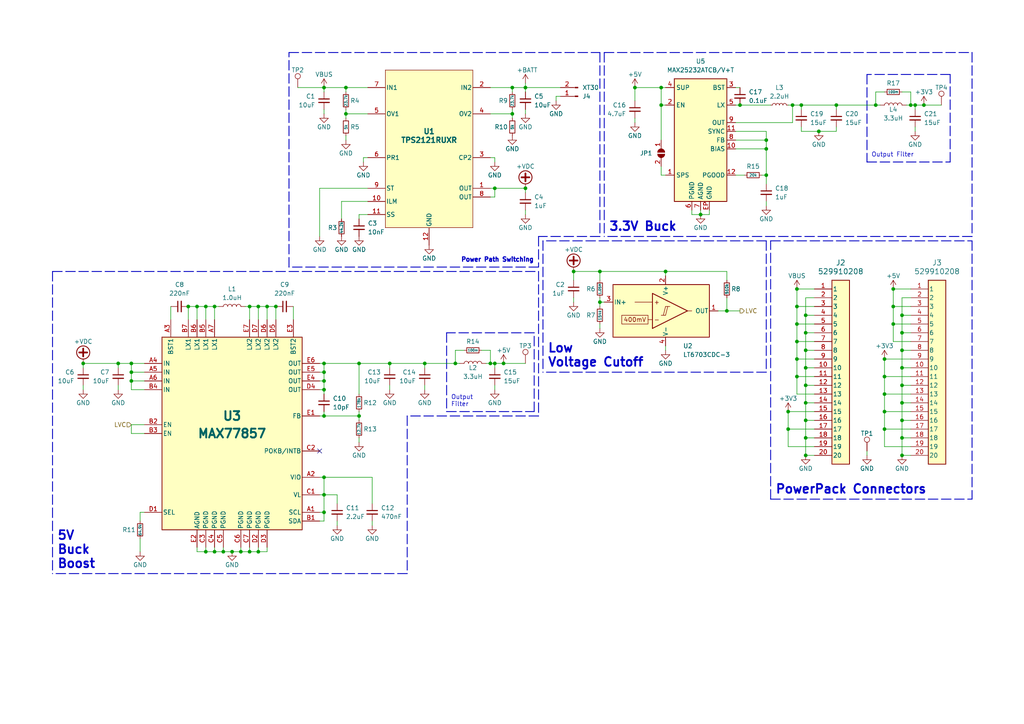
<source format=kicad_sch>
(kicad_sch (version 20230121) (generator eeschema)
  (paper "A4")
  (title_block (title "PowerPack") (date "2023-10-18") (rev "V0.0") (company "BPP") (comment 1 "Michael Shipman"))
  (junction (at 123.19 105.41))
  (junction (at 72.39 88.9))
  (junction (at 38.1 105.41))
  (junction (at 261.62 111.76))
  (junction (at 191.77 25.4))
  (junction (at 233.68 132.08))
  (junction (at 233.68 116.84))
  (junction (at 143.51 105.41))
  (junction (at 38.1 107.95))
  (junction (at 100.33 33.02))
  (junction (at 104.14 120.65))
  (junction (at 203.2 62.23))
  (junction (at 93.98 120.65))
  (junction (at 113.03 105.41))
  (junction (at 193.04 78.74))
  (junction (at 261.62 116.84))
  (junction (at 228.6 119.38))
  (junction (at 80.01 88.9))
  (junction (at 231.14 83.82))
  (junction (at 74.93 160.02))
  (junction (at 256.54 104.14))
  (junction (at 72.39 160.02))
  (junction (at 62.23 88.9))
  (junction (at 100.33 25.4))
  (junction (at 54.61 88.9))
  (junction (at 148.59 33.02))
  (junction (at 57.15 88.9))
  (junction (at 233.68 121.92))
  (junction (at 267.97 30.48))
  (junction (at 222.25 50.8))
  (junction (at 104.14 105.41))
  (junction (at 256.54 114.3))
  (junction (at 233.68 96.52))
  (junction (at 259.08 88.9))
  (junction (at 59.69 160.02))
  (junction (at 184.15 25.4))
  (junction (at 222.25 40.64))
  (junction (at 24.13 105.41))
  (junction (at 231.14 93.98))
  (junction (at 261.62 101.6))
  (junction (at 93.98 107.95))
  (junction (at 261.62 132.08))
  (junction (at 228.6 124.46))
  (junction (at 67.31 160.02))
  (junction (at 232.41 30.48))
  (junction (at 93.98 143.51))
  (junction (at 143.51 54.61))
  (junction (at 93.98 105.41))
  (junction (at 264.16 30.48))
  (junction (at 146.05 105.41))
  (junction (at 265.43 30.48))
  (junction (at 261.62 96.52))
  (junction (at 93.98 113.03))
  (junction (at 34.29 105.41))
  (junction (at 93.98 25.4))
  (junction (at 261.62 127))
  (junction (at 229.87 30.48))
  (junction (at 233.68 111.76))
  (junction (at 231.14 99.06))
  (junction (at 231.14 109.22))
  (junction (at 242.57 30.48))
  (junction (at 261.62 121.92))
  (junction (at 233.68 101.6))
  (junction (at 64.77 160.02))
  (junction (at 38.1 110.49))
  (junction (at 191.77 30.48))
  (junction (at 59.69 88.9))
  (junction (at 132.08 105.41))
  (junction (at 261.62 106.68))
  (junction (at 231.14 88.9))
  (junction (at 259.08 83.82))
  (junction (at 74.93 88.9))
  (junction (at 166.37 78.74))
  (junction (at 62.23 160.02))
  (junction (at 261.62 91.44))
  (junction (at 142.24 105.41))
  (junction (at 152.4 25.4))
  (junction (at 69.85 160.02))
  (junction (at 152.4 54.61))
  (junction (at 222.25 43.18))
  (junction (at 259.08 93.98))
  (junction (at 93.98 138.43))
  (junction (at 254 30.48))
  (junction (at 231.14 104.14))
  (junction (at 173.99 78.74))
  (junction (at 233.68 127))
  (junction (at 148.59 25.4))
  (junction (at 93.98 148.59))
  (junction (at 256.54 124.46))
  (junction (at 93.98 110.49))
  (junction (at 210.82 90.17))
  (junction (at 233.68 91.44))
  (junction (at 256.54 109.22))
  (junction (at 77.47 88.9))
  (junction (at 173.99 87.63))
  (junction (at 233.68 106.68))
  (junction (at 256.54 119.38))
  (junction (at 214.63 30.48))
  (junction (at 237.49 38.1))
  (no_connect (at 92.71 130.81))
  (wire (pts (xy 191.77 25.4) (xy 193.04 25.4)))
  (wire (pts (xy 229.87 30.48) (xy 228.6 30.48)))
  (polyline (pts (xy 173.99 68.58) (xy 156.21 68.58)) (stroke (width 0.254) (type dash)))
  (wire (pts (xy 231.14 99.06) (xy 231.14 93.98)))
  (wire (pts (xy 92.71 120.65) (xy 93.98 120.65)))
  (wire (pts (xy 264.16 129.54) (xy 256.54 129.54)))
  (wire (pts (xy 113.03 105.41) (xy 123.19 105.41)))
  (wire (pts (xy 262.89 30.48) (xy 264.16 30.48)))
  (wire (pts (xy 231.14 99.06) (xy 236.22 99.06)))
  (wire (pts (xy 193.04 100.33) (xy 193.04 101.6)))
  (wire (pts (xy 233.68 106.68) (xy 233.68 111.76)))
  (polyline (pts (xy 129.54 119.38) (xy 154.94 119.38)) (stroke (width 0.254) (type dash)))
  (wire (pts (xy 93.98 107.95) (xy 93.98 110.49)))
  (wire (pts (xy 228.6 119.38) (xy 228.6 124.46)))
  (wire (pts (xy 142.24 45.72) (xy 143.51 45.72)))
  (polyline (pts (xy 175.26 15.24) (xy 175.26 68.58)) (stroke (width 0.254) (type dash)))
  (wire (pts (xy 231.14 83.82) (xy 236.22 83.82)))
  (wire (pts (xy 104.14 105.41) (xy 113.03 105.41)))
  (wire (pts (xy 107.95 138.43) (xy 93.98 138.43)))
  (wire (pts (xy 222.25 58.42) (xy 222.25 59.69)))
  (wire (pts (xy 38.1 107.95) (xy 41.91 107.95)))
  (wire (pts (xy 233.68 86.36) (xy 233.68 91.44)))
  (wire (pts (xy 232.41 36.83) (xy 232.41 38.1)))
  (wire (pts (xy 142.24 25.4) (xy 148.59 25.4)))
  (wire (pts (xy 256.54 104.14) (xy 256.54 109.22)))
  (wire (pts (xy 100.33 25.4) (xy 100.33 26.67)))
  (wire (pts (xy 259.08 93.98) (xy 264.16 93.98)))
  (wire (pts (xy 152.4 25.4) (xy 162.56 25.4)))
  (wire (pts (xy 242.57 31.75) (xy 242.57 30.48)))
  (wire (pts (xy 107.95 151.13) (xy 107.95 152.4)))
  (wire (pts (xy 100.33 33.02) (xy 100.33 34.29)))
  (wire (pts (xy 92.71 68.58) (xy 92.71 54.61)))
  (wire (pts (xy 173.99 88.9) (xy 173.99 87.63)))
  (wire (pts (xy 57.15 88.9) (xy 59.69 88.9)))
  (polyline (pts (xy 281.94 68.58) (xy 175.26 68.58)) (stroke (width 0.254) (type dash)))
  (wire (pts (xy 191.77 30.48) (xy 191.77 25.4)))
  (wire (pts (xy 231.14 114.3) (xy 231.14 109.22)))
  (wire (pts (xy 210.82 86.36) (xy 210.82 90.17)))
  (wire (pts (xy 233.68 121.92) (xy 233.68 127)))
  (wire (pts (xy 256.54 124.46) (xy 256.54 129.54)))
  (wire (pts (xy 231.14 88.9) (xy 231.14 83.82)))
  (wire (pts (xy 222.25 40.64) (xy 222.25 43.18)))
  (wire (pts (xy 77.47 88.9) (xy 80.01 88.9)))
  (wire (pts (xy 86.36 25.4) (xy 93.98 25.4)))
  (wire (pts (xy 143.51 57.15) (xy 143.51 54.61)))
  (polyline (pts (xy 154.94 119.38) (xy 154.94 96.52)) (stroke (width 0.254) (type dash)))
  (wire (pts (xy 132.08 101.6) (xy 134.62 101.6)))
  (wire (pts (xy 231.14 104.14) (xy 231.14 99.06)))
  (wire (pts (xy 259.08 83.82) (xy 264.16 83.82)))
  (wire (pts (xy 237.49 38.1) (xy 232.41 38.1)))
  (wire (pts (xy 38.1 123.19) (xy 38.1 125.73)))
  (wire (pts (xy 237.49 38.1) (xy 242.57 38.1)))
  (wire (pts (xy 233.68 96.52) (xy 236.22 96.52)))
  (wire (pts (xy 233.68 116.84) (xy 236.22 116.84)))
  (wire (pts (xy 261.62 121.92) (xy 261.62 127)))
  (wire (pts (xy 59.69 160.02) (xy 57.15 160.02)))
  (polyline (pts (xy 156.21 78.74) (xy 156.21 120.65)) (stroke (width 0.254) (type dash)))
  (wire (pts (xy 41.91 125.73) (xy 38.1 125.73)))
  (wire (pts (xy 38.1 107.95) (xy 38.1 110.49)))
  (wire (pts (xy 233.68 91.44) (xy 233.68 96.52)))
  (wire (pts (xy 62.23 88.9) (xy 59.69 88.9)))
  (wire (pts (xy 146.05 105.41) (xy 152.4 105.41)))
  (wire (pts (xy 152.4 25.4) (xy 152.4 26.67)))
  (wire (pts (xy 62.23 88.9) (xy 62.23 92.71)))
  (wire (pts (xy 232.41 30.48) (xy 232.41 31.75)))
  (wire (pts (xy 148.59 25.4) (xy 152.4 25.4)))
  (polyline (pts (xy 156.21 68.58) (xy 156.21 77.47)) (stroke (width 0.254) (type dash)))
  (wire (pts (xy 233.68 111.76) (xy 236.22 111.76)))
  (polyline (pts (xy 251.46 21.59) (xy 251.46 46.99)) (stroke (width 0.254) (type dash)))
  (wire (pts (xy 59.69 88.9) (xy 59.69 92.71)))
  (wire (pts (xy 261.62 111.76) (xy 261.62 116.84)))
  (wire (pts (xy 104.14 62.23) (xy 106.68 62.23)))
  (wire (pts (xy 213.36 25.4) (xy 214.63 25.4)))
  (wire (pts (xy 38.1 113.03) (xy 41.91 113.03)))
  (wire (pts (xy 184.15 25.4) (xy 184.15 29.21)))
  (wire (pts (xy 233.68 127) (xy 233.68 132.08)))
  (wire (pts (xy 38.1 110.49) (xy 41.91 110.49)))
  (polyline (pts (xy 154.94 96.52) (xy 129.54 96.52)) (stroke (width 0.254) (type dash)))
  (wire (pts (xy 231.14 109.22) (xy 231.14 104.14)))
  (wire (pts (xy 24.13 106.68) (xy 24.13 105.41)))
  (wire (pts (xy 92.71 105.41) (xy 93.98 105.41)))
  (wire (pts (xy 62.23 160.02) (xy 62.23 158.75)))
  (wire (pts (xy 64.77 160.02) (xy 62.23 160.02)))
  (polyline (pts (xy 118.11 166.37) (xy 15.24 166.37)) (stroke (width 0.254) (type dash)))
  (wire (pts (xy 228.6 119.38) (xy 236.22 119.38)))
  (wire (pts (xy 49.53 88.9) (xy 49.53 92.71)))
  (wire (pts (xy 261.62 121.92) (xy 264.16 121.92)))
  (wire (pts (xy 100.33 25.4) (xy 106.68 25.4)))
  (wire (pts (xy 74.93 160.02) (xy 77.47 160.02)))
  (wire (pts (xy 259.08 88.9) (xy 264.16 88.9)))
  (wire (pts (xy 267.97 30.48) (xy 273.05 30.48)))
  (wire (pts (xy 93.98 110.49) (xy 92.71 110.49)))
  (wire (pts (xy 259.08 93.98) (xy 259.08 88.9)))
  (wire (pts (xy 208.28 90.17) (xy 210.82 90.17)))
  (wire (pts (xy 261.62 116.84) (xy 264.16 116.84)))
  (wire (pts (xy 231.14 93.98) (xy 231.14 88.9)))
  (wire (pts (xy 93.98 105.41) (xy 93.98 107.95)))
  (wire (pts (xy 254 26.67) (xy 254 30.48)))
  (wire (pts (xy 38.1 105.41) (xy 38.1 107.95)))
  (wire (pts (xy 142.24 57.15) (xy 143.51 57.15)))
  (wire (pts (xy 64.77 160.02) (xy 64.77 158.75)))
  (wire (pts (xy 97.79 146.05) (xy 97.79 143.51)))
  (wire (pts (xy 93.98 148.59) (xy 92.71 148.59)))
  (wire (pts (xy 69.85 158.75) (xy 69.85 160.02)))
  (wire (pts (xy 152.4 25.4) (xy 152.4 24.13)))
  (wire (pts (xy 242.57 30.48) (xy 254 30.48)))
  (wire (pts (xy 93.98 151.13) (xy 92.71 151.13)))
  (wire (pts (xy 142.24 101.6) (xy 142.24 105.41)))
  (wire (pts (xy 229.87 30.48) (xy 229.87 35.56)))
  (wire (pts (xy 100.33 33.02) (xy 106.68 33.02)))
  (wire (pts (xy 222.25 50.8) (xy 220.98 50.8)))
  (wire (pts (xy 72.39 160.02) (xy 72.39 158.75)))
  (wire (pts (xy 38.1 123.19) (xy 41.91 123.19)))
  (wire (pts (xy 261.62 106.68) (xy 261.62 111.76)))
  (wire (pts (xy 261.62 26.67) (xy 264.16 26.67)))
  (wire (pts (xy 99.06 63.5) (xy 99.06 58.42)))
  (wire (pts (xy 261.62 91.44) (xy 261.62 96.52)))
  (wire (pts (xy 233.68 106.68) (xy 236.22 106.68)))
  (wire (pts (xy 233.68 96.52) (xy 233.68 101.6)))
  (wire (pts (xy 233.68 116.84) (xy 233.68 121.92)))
  (polyline (pts (xy 223.52 144.78) (xy 281.94 144.78)) (stroke (width 0.254) (type dash)))
  (wire (pts (xy 265.43 36.83) (xy 265.43 38.1)))
  (wire (pts (xy 203.2 62.23) (xy 200.66 62.23)))
  (wire (pts (xy 93.98 113.03) (xy 93.98 110.49)))
  (wire (pts (xy 233.68 121.92) (xy 236.22 121.92)))
  (wire (pts (xy 62.23 160.02) (xy 59.69 160.02)))
  (wire (pts (xy 152.4 60.96) (xy 152.4 62.23)))
  (polyline (pts (xy 275.59 21.59) (xy 251.46 21.59)) (stroke (width 0.254) (type dash)))
  (wire (pts (xy 261.62 132.08) (xy 264.16 132.08)))
  (polyline (pts (xy 156.21 77.47) (xy 83.82 77.47)) (stroke (width 0.254) (type dash)))
  (wire (pts (xy 139.7 101.6) (xy 142.24 101.6)))
  (wire (pts (xy 261.62 96.52) (xy 261.62 101.6)))
  (wire (pts (xy 34.29 111.76) (xy 34.29 113.03)))
  (wire (pts (xy 104.14 105.41) (xy 93.98 105.41)))
  (wire (pts (xy 93.98 25.4) (xy 100.33 25.4)))
  (wire (pts (xy 40.64 148.59) (xy 41.91 148.59)))
  (wire (pts (xy 74.93 160.02) (xy 74.93 158.75)))
  (wire (pts (xy 93.98 143.51) (xy 93.98 148.59)))
  (wire (pts (xy 173.99 78.74) (xy 193.04 78.74)))
  (wire (pts (xy 264.16 86.36) (xy 261.62 86.36)))
  (polyline (pts (xy 156.21 120.65) (xy 118.11 120.65)) (stroke (width 0.254) (type dash)))
  (wire (pts (xy 261.62 127) (xy 264.16 127)))
  (wire (pts (xy 93.98 113.03) (xy 92.71 113.03)))
  (wire (pts (xy 203.2 62.23) (xy 205.74 62.23)))
  (wire (pts (xy 93.98 143.51) (xy 97.79 143.51)))
  (wire (pts (xy 233.68 91.44) (xy 236.22 91.44)))
  (wire (pts (xy 123.19 105.41) (xy 132.08 105.41)))
  (wire (pts (xy 256.54 114.3) (xy 256.54 119.38)))
  (wire (pts (xy 161.29 29.21) (xy 161.29 27.94)))
  (wire (pts (xy 213.36 35.56) (xy 229.87 35.56)))
  (wire (pts (xy 24.13 111.76) (xy 24.13 113.03)))
  (wire (pts (xy 67.31 160.02) (xy 69.85 160.02)))
  (wire (pts (xy 113.03 111.76) (xy 113.03 113.03)))
  (wire (pts (xy 72.39 88.9) (xy 72.39 92.71)))
  (wire (pts (xy 132.08 105.41) (xy 133.35 105.41)))
  (wire (pts (xy 24.13 105.41) (xy 34.29 105.41)))
  (wire (pts (xy 72.39 88.9) (xy 74.93 88.9)))
  (wire (pts (xy 222.25 38.1) (xy 222.25 40.64)))
  (wire (pts (xy 57.15 160.02) (xy 57.15 158.75)))
  (polyline (pts (xy 157.48 69.85) (xy 157.48 107.95)) (stroke (width 0.254) (type dash)))
  (wire (pts (xy 106.68 45.72) (xy 105.41 45.72)))
  (wire (pts (xy 231.14 109.22) (xy 236.22 109.22)))
  (wire (pts (xy 256.54 124.46) (xy 264.16 124.46)))
  (wire (pts (xy 80.01 88.9) (xy 80.01 92.71)))
  (wire (pts (xy 107.95 146.05) (xy 107.95 138.43)))
  (polyline (pts (xy 83.82 77.47) (xy 83.82 15.24)) (stroke (width 0.254) (type dash)))
  (wire (pts (xy 142.24 33.02) (xy 148.59 33.02)))
  (wire (pts (xy 261.62 101.6) (xy 264.16 101.6)))
  (wire (pts (xy 236.22 86.36) (xy 233.68 86.36)))
  (wire (pts (xy 259.08 88.9) (xy 259.08 83.82)))
  (wire (pts (xy 203.2 60.96) (xy 203.2 62.23)))
  (wire (pts (xy 261.62 106.68) (xy 264.16 106.68)))
  (polyline (pts (xy 281.94 15.24) (xy 281.94 68.58)) (stroke (width 0.254) (type dash)))
  (wire (pts (xy 140.97 105.41) (xy 142.24 105.41)))
  (wire (pts (xy 264.16 26.67) (xy 264.16 30.48)))
  (wire (pts (xy 54.61 92.71) (xy 54.61 88.9)))
  (wire (pts (xy 99.06 58.42) (xy 106.68 58.42)))
  (wire (pts (xy 93.98 31.75) (xy 93.98 33.02)))
  (polyline (pts (xy 222.25 107.95) (xy 157.48 107.95)) (stroke (width 0.254) (type dash)))
  (wire (pts (xy 184.15 25.4) (xy 191.77 25.4)))
  (wire (pts (xy 214.63 30.48) (xy 223.52 30.48)))
  (wire (pts (xy 256.54 119.38) (xy 264.16 119.38)))
  (wire (pts (xy 259.08 99.06) (xy 264.16 99.06)))
  (wire (pts (xy 191.77 48.26) (xy 191.77 50.8)))
  (wire (pts (xy 93.98 25.4) (xy 93.98 26.67)))
  (wire (pts (xy 123.19 106.68) (xy 123.19 105.41)))
  (wire (pts (xy 210.82 90.17) (xy 214.63 90.17)))
  (wire (pts (xy 54.61 88.9) (xy 57.15 88.9)))
  (wire (pts (xy 166.37 78.74) (xy 173.99 78.74)))
  (wire (pts (xy 213.36 40.64) (xy 222.25 40.64)))
  (wire (pts (xy 104.14 114.3) (xy 104.14 105.41)))
  (wire (pts (xy 100.33 31.75) (xy 100.33 33.02)))
  (polyline (pts (xy 15.24 78.74) (xy 15.24 166.37)) (stroke (width 0.254) (type dash)))
  (wire (pts (xy 40.64 156.21) (xy 40.64 160.02)))
  (polyline (pts (xy 118.11 120.65) (xy 118.11 166.37)) (stroke (width 0.254) (type dash)))
  (wire (pts (xy 210.82 78.74) (xy 210.82 81.28)))
  (wire (pts (xy 173.99 93.98) (xy 173.99 95.25)))
  (wire (pts (xy 229.87 30.48) (xy 232.41 30.48)))
  (wire (pts (xy 92.71 54.61) (xy 106.68 54.61)))
  (polyline (pts (xy 222.25 69.85) (xy 222.25 107.95)) (stroke (width 0.254) (type dash)))
  (wire (pts (xy 261.62 91.44) (xy 264.16 91.44)))
  (wire (pts (xy 143.51 105.41) (xy 146.05 105.41)))
  (wire (pts (xy 242.57 38.1) (xy 242.57 36.83)))
  (polyline (pts (xy 129.54 96.52) (xy 129.54 119.38)) (stroke (width 0.254) (type dash)))
  (wire (pts (xy 261.62 111.76) (xy 264.16 111.76)))
  (wire (pts (xy 261.62 96.52) (xy 264.16 96.52)))
  (wire (pts (xy 104.14 120.65) (xy 104.14 119.38)))
  (wire (pts (xy 233.68 132.08) (xy 236.22 132.08)))
  (wire (pts (xy 222.25 53.34) (xy 222.25 50.8)))
  (wire (pts (xy 232.41 30.48) (xy 242.57 30.48)))
  (wire (pts (xy 265.43 30.48) (xy 267.97 30.48)))
  (wire (pts (xy 104.14 63.5) (xy 104.14 62.23)))
  (wire (pts (xy 254 26.67) (xy 256.54 26.67)))
  (wire (pts (xy 143.51 45.72) (xy 143.51 46.99)))
  (wire (pts (xy 100.33 40.64) (xy 100.33 39.37)))
  (wire (pts (xy 38.1 110.49) (xy 38.1 113.03)))
  (wire (pts (xy 93.98 138.43) (xy 93.98 143.51)))
  (wire (pts (xy 59.69 160.02) (xy 59.69 158.75)))
  (wire (pts (xy 143.51 111.76) (xy 143.51 113.03)))
  (polyline (pts (xy 15.24 78.74) (xy 156.21 78.74)) (stroke (width 0.254) (type dash)))
  (wire (pts (xy 256.54 114.3) (xy 264.16 114.3)))
  (wire (pts (xy 142.24 54.61) (xy 143.51 54.61)))
  (polyline (pts (xy 275.59 46.99) (xy 275.59 21.59)) (stroke (width 0.254) (type dash)))
  (wire (pts (xy 123.19 111.76) (xy 123.19 113.03)))
  (wire (pts (xy 77.47 88.9) (xy 77.47 92.71)))
  (wire (pts (xy 173.99 87.63) (xy 175.26 87.63)))
  (polyline (pts (xy 175.26 15.24) (xy 281.94 15.24)) (stroke (width 0.254) (type dash)))
  (wire (pts (xy 57.15 92.71) (xy 57.15 88.9)))
  (wire (pts (xy 74.93 88.9) (xy 74.93 92.71)))
  (wire (pts (xy 93.98 114.3) (xy 93.98 113.03)))
  (wire (pts (xy 184.15 34.29) (xy 184.15 35.56)))
  (wire (pts (xy 69.85 160.02) (xy 72.39 160.02)))
  (wire (pts (xy 191.77 30.48) (xy 191.77 40.64)))
  (wire (pts (xy 166.37 81.28) (xy 166.37 78.74)))
  (wire (pts (xy 233.68 101.6) (xy 233.68 106.68)))
  (wire (pts (xy 97.79 151.13) (xy 97.79 152.4)))
  (wire (pts (xy 143.51 54.61) (xy 152.4 54.61)))
  (wire (pts (xy 148.59 25.4) (xy 148.59 26.67)))
  (wire (pts (xy 74.93 88.9) (xy 77.47 88.9)))
  (wire (pts (xy 104.14 127) (xy 104.14 128.27)))
  (polyline (pts (xy 251.46 46.99) (xy 275.59 46.99)) (stroke (width 0.254) (type dash)))
  (wire (pts (xy 104.14 120.65) (xy 104.14 121.92)))
  (wire (pts (xy 213.36 30.48) (xy 214.63 30.48)))
  (polyline (pts (xy 222.25 69.85) (xy 157.48 69.85)) (stroke (width 0.254) (type dash)))
  (wire (pts (xy 142.24 105.41) (xy 143.51 105.41)))
  (wire (pts (xy 113.03 106.68) (xy 113.03 105.41)))
  (wire (pts (xy 191.77 50.8) (xy 193.04 50.8)))
  (wire (pts (xy 233.68 101.6) (xy 236.22 101.6)))
  (wire (pts (xy 92.71 138.43) (xy 93.98 138.43)))
  (wire (pts (xy 259.08 99.06) (xy 259.08 93.98)))
  (wire (pts (xy 228.6 124.46) (xy 236.22 124.46)))
  (wire (pts (xy 231.14 88.9) (xy 236.22 88.9)))
  (wire (pts (xy 256.54 109.22) (xy 256.54 114.3)))
  (wire (pts (xy 222.25 50.8) (xy 222.25 43.18)))
  (wire (pts (xy 265.43 30.48) (xy 265.43 31.75)))
  (wire (pts (xy 152.4 54.61) (xy 152.4 55.88)))
  (wire (pts (xy 143.51 105.41) (xy 143.51 106.68)))
  (wire (pts (xy 34.29 106.68) (xy 34.29 105.41)))
  (polyline (pts (xy 83.82 15.24) (xy 173.99 15.24)) (stroke (width 0.254) (type dash)))
  (wire (pts (xy 256.54 119.38) (xy 256.54 124.46)))
  (wire (pts (xy 193.04 78.74) (xy 210.82 78.74)))
  (wire (pts (xy 213.36 43.18) (xy 222.25 43.18)))
  (wire (pts (xy 233.68 111.76) (xy 233.68 116.84)))
  (wire (pts (xy 264.16 109.22) (xy 256.54 109.22)))
  (polyline (pts (xy 281.94 69.85) (xy 281.94 144.78)) (stroke (width 0.254) (type dash)))
  (wire (pts (xy 231.14 114.3) (xy 236.22 114.3)))
  (wire (pts (xy 92.71 143.51) (xy 93.98 143.51)))
  (wire (pts (xy 161.29 27.94) (xy 162.56 27.94)))
  (wire (pts (xy 85.09 88.9) (xy 85.09 92.71)))
  (wire (pts (xy 38.1 105.41) (xy 41.91 105.41)))
  (wire (pts (xy 193.04 30.48) (xy 191.77 30.48)))
  (wire (pts (xy 264.16 30.48) (xy 265.43 30.48)))
  (wire (pts (xy 228.6 129.54) (xy 228.6 124.46)))
  (polyline (pts (xy 173.99 15.24) (xy 173.99 68.58)) (stroke (width 0.254) (type dash)))
  (wire (pts (xy 261.62 86.36) (xy 261.62 91.44)))
  (wire (pts (xy 152.4 31.75) (xy 152.4 33.02)))
  (wire (pts (xy 63.5 88.9) (xy 62.23 88.9)))
  (wire (pts (xy 205.74 62.23) (xy 205.74 60.96)))
  (wire (pts (xy 93.98 148.59) (xy 93.98 151.13)))
  (wire (pts (xy 236.22 129.54) (xy 228.6 129.54)))
  (polyline (pts (xy 223.52 69.85) (xy 281.94 69.85)) (stroke (width 0.254) (type dash)))
  (wire (pts (xy 93.98 120.65) (xy 93.98 119.38)))
  (wire (pts (xy 34.29 105.41) (xy 38.1 105.41)))
  (wire (pts (xy 148.59 31.75) (xy 148.59 33.02)))
  (wire (pts (xy 71.12 88.9) (xy 72.39 88.9)))
  (wire (pts (xy 173.99 86.36) (xy 173.99 87.63)))
  (wire (pts (xy 166.37 86.36) (xy 166.37 87.63)))
  (wire (pts (xy 213.36 50.8) (xy 215.9 50.8)))
  (wire (pts (xy 105.41 45.72) (xy 105.41 46.99)))
  (wire (pts (xy 261.62 101.6) (xy 261.62 106.68)))
  (wire (pts (xy 173.99 81.28) (xy 173.99 78.74)))
  (wire (pts (xy 200.66 62.23) (xy 200.66 60.96)))
  (polyline (pts (xy 223.52 144.78) (xy 223.52 69.85)) (stroke (width 0.254) (type dash)))
  (wire (pts (xy 231.14 104.14) (xy 236.22 104.14)))
  (wire (pts (xy 40.64 151.13) (xy 40.64 148.59)))
  (wire (pts (xy 92.71 107.95) (xy 93.98 107.95)))
  (wire (pts (xy 254 30.48) (xy 255.27 30.48)))
  (wire (pts (xy 213.36 38.1) (xy 222.25 38.1)))
  (wire (pts (xy 93.98 120.65) (xy 104.14 120.65)))
  (wire (pts (xy 233.68 127) (xy 236.22 127)))
  (wire (pts (xy 231.14 93.98) (xy 236.22 93.98)))
  (wire (pts (xy 132.08 101.6) (xy 132.08 105.41)))
  (wire (pts (xy 261.62 116.84) (xy 261.62 121.92)))
  (wire (pts (xy 72.39 160.02) (xy 74.93 160.02)))
  (wire (pts (xy 264.16 104.14) (xy 256.54 104.14)))
  (wire (pts (xy 251.46 130.81) (xy 251.46 132.08)))
  (wire (pts (xy 193.04 80.01) (xy 193.04 78.74)))
  (wire (pts (xy 77.47 160.02) (xy 77.47 158.75)))
  (wire (pts (xy 148.59 33.02) (xy 148.59 34.29)))
  (wire (pts (xy 261.62 127) (xy 261.62 132.08)))
  (wire (pts (xy 67.31 160.02) (xy 64.77 160.02)))
  (text "PowerPack Connectors" (at 224.79 143.51 0) (effects (font (size 2.54 2.54) (thickness 0.508) bold) (justify left bottom)))
  (text "Power Path Switching" (at 154.94 76.2 0) (effects (font (size 1.27 1.27) (thickness 0.508) bold) (justify right bottom)))
  (text "Output Filter" (at 252.73 45.72 0) (effects (font (size 1.27 1.27)) (justify left bottom)))
  (text "3.3V Buck" (at 176.53 67.31 0) (effects (font (size 2.54 2.54) (thickness 0.508) bold) (justify left bottom)))
  (text "Output\nFilter" (at 130.81 118.11 0) (effects (font (size 1.27 1.27)) (justify left bottom)))
  (text "5V\nBuck\nBoost" (at 16.51 165.1 0) (effects (font (size 2.54 2.54) (thickness 0.508) bold) (justify left bottom)))
  (text "Low\nVoltage Cutoff" (at 158.75 106.68 0) (effects (font (size 2.54 2.54) (thickness 0.508) bold) (justify left bottom)))
  (hierarchical_label "LVC" (shape input) (at 38.1 123.19 180))
  (hierarchical_label "LVC" (shape output) (at 214.63 90.17 0))
  (symbol (lib_id "Device:C_Small") (at 214.63 27.94 0) (unit 1)
    (property "Reference" "C17" (at 217.17 26.6763 0) (effects (justify left)))
    (property "Value" "0.1uF" (at 217.17 29.2163 0) (effects (justify left)))
    (property "Footprint" "Capacitor_SMD:C_0402_1005Metric" (effects hide))
  )
  (symbol (lib_name "GND_8") (lib_id "power:GND") (at 113.03 113.03 0) (unit 1)
    (property "Reference" "#PWR031" (effects hide))
    (property "Value" "GND" (at 113.03 116.84 0))
  )
  (symbol (lib_name "GND_8") (lib_id "power:GND") (at 24.13 113.03 0) (unit 1)
    (property "Reference" "#PWR023" (effects hide))
    (property "Value" "GND" (at 24.13 116.84 0))
  )
  (symbol (lib_name "GND_18") (lib_id "power:GND") (at 265.43 38.1 0) (unit 1)
    (property "Reference" "#PWR041" (effects hide))
    (property "Value" "GND" (at 265.43 41.91 0))
  )
  (symbol (lib_id "Device:R_Small") (at 137.16 101.6 90) (unit 1)
    (property "Reference" "R14" (at 137.16 99.06 90))
    (property "Value" "100m" (at 137.16 101.6 90) (effects (font (size 0.7 0.7))))
    (property "Footprint" "Resistor_SMD:R_0805_2012Metric" (effects hide))
  )
  (symbol (lib_id "power:VBUS") (at 231.14 83.82 0) (unit 1)
    (property "Reference" "#PWR040" (effects hide))
    (property "Value" "VBUS" (at 231.14 80.01 0))
  )
  (symbol (lib_name "GND_21") (lib_id "power:GND") (at 40.64 160.02 0) (unit 1)
    (property "Reference" "#PWR026" (effects hide))
    (property "Value" "GND" (at 40.64 163.83 0))
  )
  (symbol (lib_name "GND_5") (lib_id "power:GND") (at 92.71 68.58 0) (unit 1)
    (property "Reference" "#PWR06" (effects hide))
    (property "Value" "GND" (at 92.71 72.39 0))
  )
  (symbol (lib_id "PowerPack_Lib:529910208") (at 271.78 106.68 0) (unit 1)
    (property "Reference" "J3" (at 271.78 76.2 0) (effects (font (size 1.524 1.524))))
    (property "Value" "529910208" (at 271.78 78.74 0) (effects (font (size 1.524 1.524))))
    (property "Footprint" "PowerPack_Lib:CON_529910208" (effects hide))
    (property "Datasheet" "529910208" (effects hide))
  )
  (symbol (lib_name "GND_9") (lib_id "power:GND") (at 100.33 40.64 0) (unit 1)
    (property "Reference" "#PWR011" (effects hide))
    (property "Value" "GND" (at 100.33 44.45 0))
  )
  (symbol (lib_id "Device:C_Small") (at 222.25 55.88 0) (unit 1)
    (property "Reference" "C18" (at 224.79 54.6163 0) (effects (justify left)))
    (property "Value" "1uF" (at 224.79 57.1563 0) (effects (justify left)))
    (property "Footprint" "Capacitor_SMD:C_0603_1608Metric" (effects hide))
  )
  (symbol (lib_name "GND_1") (lib_id "power:GND") (at 152.4 62.23 0) (unit 1)
    (property "Reference" "#PWR019" (effects hide))
    (property "Value" "GND" (at 152.4 66.04 0))
  )
  (symbol (lib_id "Device:C_Small") (at 24.13 109.22 0) (mirror y) (unit 1)
    (property "Reference" "C6" (at 21.59 107.95 0) (effects (justify left)))
    (property "Value" "10uF" (at 21.59 110.49 0) (effects (justify left)))
    (property "Footprint" "Capacitor_SMD:C_0805_2012Metric" (effects hide))
  )
  (symbol (lib_name "GND_11") (lib_id "power:GND") (at 173.99 95.25 0) (unit 1)
    (property "Reference" "#PWR014" (effects hide))
    (property "Value" "GND" (at 173.99 99.06 0))
  )
  (symbol (lib_id "Device:C_Small") (at 166.37 83.82 0) (mirror y) (unit 1)
    (property "Reference" "C2" (at 163.83 82.55 0) (effects (justify left)))
    (property "Value" "1uF" (at 163.83 85.09 0) (effects (justify left)))
    (property "Footprint" "Capacitor_SMD:C_0603_1608Metric" (effects hide))
  )
  (symbol (lib_id "Device:C_Small") (at 143.51 109.22 0) (unit 1)
    (property "Reference" "C15" (at 146.05 107.9563 0) (effects (justify left)))
    (property "Value" "15uF" (at 146.05 110.4963 0) (effects (justify left)))
    (property "Footprint" "Capacitor_SMD:C_0805_2012Metric" (effects hide))
  )
  (symbol (lib_id "Connector:TestPoint") (at 152.4 105.41 0) (unit 1)
    (property "Reference" "TP3" (at 152.4 100.33 0))
    (property "Value" "TestPoint" (effects hide))
    (property "Footprint" "TestPoint:TestPoint_Keystone_5000-5004_Miniature" (effects hide))
  )
  (symbol (lib_name "GND_1") (lib_id "power:GND") (at 261.62 132.08 0) (unit 1)
    (property "Reference" "#PWR046" (effects hide))
    (property "Value" "GND" (at 261.62 135.89 0))
  )
  (symbol (lib_id "power:+5V") (at 259.08 83.82 0) (unit 1)
    (property "Reference" "#PWR01" (effects hide))
    (property "Value" "+5V" (at 259.08 80.01 0))
  )
  (symbol (lib_id "TPS2121:TPS2121RUXR") (at 124.46 45.72 0) (unit 1)
    (property "Reference" "U1" (at 124.46 38.1 0) (effects (font (size 1.524 1.524) bold)))
    (property "Value" "TPS2121RUXR" (at 124.46 40.64 0) (effects (font (size 1.524 1.524) bold)))
    (property "Footprint" "PowerPack_Lib:TPS2121" (effects hide))
    (property "Datasheet" "TPS2121RUXR" (effects hide))
  )
  (symbol (lib_name "GND_15") (lib_id "power:GND") (at 143.51 113.03 0) (unit 1)
    (property "Reference" "#PWR033" (effects hide))
    (property "Value" "GND" (at 143.51 116.84 0))
  )
  (symbol (lib_id "Device:C_Small") (at 97.79 148.59 0) (unit 1)
    (property "Reference" "C11" (at 100.33 147.32 0) (effects (justify left)))
    (property "Value" "2.2uF" (at 100.33 149.86 0) (effects (justify left)))
    (property "Footprint" "Capacitor_SMD:C_0603_1608Metric" (effects hide))
  )
  (symbol (lib_name "GND_16") (lib_id "power:GND") (at 237.49 38.1 0) (unit 1)
    (property "Reference" "#PWR038" (effects hide))
    (property "Value" "GND" (at 237.49 41.91 0))
  )
  (symbol (lib_name "GND_4") (lib_id "power:GND") (at 93.98 33.02 0) (mirror y) (unit 1)
    (property "Reference" "#PWR07" (effects hide))
    (property "Value" "GND" (at 93.98 36.83 0))
  )
  (symbol (lib_name "GND_10") (lib_id "power:GND") (at 99.06 68.58 0) (mirror y) (unit 1)
    (property "Reference" "#PWR08" (effects hide))
    (property "Value" "GND" (at 99.06 72.39 0))
  )
  (symbol (lib_name "GND_3") (lib_id "power:GND") (at 152.4 33.02 0) (unit 1)
    (property "Reference" "#PWR021" (effects hide))
    (property "Value" "GND" (at 152.4 36.83 0))
  )
  (symbol (lib_id "Device:R_Small") (at 100.33 29.21 0) (unit 1)
    (property "Reference" "R4" (at 101.6 29.21 0) (effects (justify left)))
    (property "Value" "23.7k" (at 100.33 29.21 90) (effects (font (size 0.8 0.8))))
    (property "Footprint" "Resistor_SMD:R_0402_1005Metric" (effects hide))
  )
  (symbol (lib_id "PowerPack_Lib:529910208") (at 243.84 106.68 0) (unit 1)
    (property "Reference" "J2" (at 243.84 76.2 0) (effects (font (size 1.524 1.524))))
    (property "Value" "529910208" (at 243.84 78.74 0) (effects (font (size 1.524 1.524))))
    (property "Footprint" "PowerPack_Lib:CON_529910208" (effects hide))
    (property "Datasheet" "529910208" (effects hide))
  )
  (symbol (lib_name "GND_26") (lib_id "power:GND") (at 124.46 71.12 0) (unit 1)
    (property "Reference" "#PWR015" (effects hide))
    (property "Value" "GND" (at 124.46 74.93 0))
  )
  (symbol (lib_id "Device:L_Small") (at 226.06 30.48 90) (unit 1)
    (property "Reference" "L3" (at 226.06 25.4 90))
    (property "Value" "2.2uH" (at 226.06 27.94 90))
    (property "Footprint" "Inductor_SMD:L_1008_2520Metric_Pad1.43x2.20mm_HandSolder" (effects hide))
    (property "Datasheet" "SRP2512TMA-2R2M" (effects hide))
  )
  (symbol (lib_id "power:GND") (at 161.29 29.21 0) (unit 1)
    (property "Reference" "#PWR039" (effects hide))
    (property "Value" "GND" (at 161.29 33.02 0))
  )
  (symbol (lib_id "Device:C_Small") (at 104.14 66.04 0) (unit 1)
    (property "Reference" "C3" (at 106.68 64.77 0) (effects (justify left)))
    (property "Value" "10nF" (at 106.68 67.31 0) (effects (justify left)))
    (property "Footprint" "Capacitor_SMD:C_0402_1005Metric" (effects hide))
  )
  (symbol (lib_id "Connector:Conn_01x02_Pin") (at 167.64 27.94 180) (unit 1)
    (property "Reference" "J4" (at 168.91 27.94 0) (effects (justify right)))
    (property "Value" "XT30" (at 168.91 25.4 0) (effects (justify right)))
    (property "Footprint" "Connector_AMASS:AMASS_XT30PW-M_1x02_P2.50mm_Horizontal" (effects hide))
  )
  (symbol (lib_id "Device:R_Small") (at 148.59 29.21 0) (mirror y) (unit 1)
    (property "Reference" "R9" (at 147.32 29.21 0) (effects (justify left)))
    (property "Value" "23.7k" (at 148.59 29.21 90) (effects (font (size 0.8 0.8))))
    (property "Footprint" "Resistor_SMD:R_0402_1005Metric" (effects hide))
  )
  (symbol (lib_id "power:+3V3") (at 267.97 30.48 0) (unit 1)
    (property "Reference" "#PWR042" (effects hide))
    (property "Value" "+3V3" (at 267.97 26.67 0))
  )
  (symbol (lib_id "Connector:TestPoint") (at 86.36 25.4 0) (unit 1)
    (property "Reference" "TP2" (at 86.36 20.32 0))
    (property "Value" "TestPoint" (effects hide))
    (property "Footprint" "TestPoint:TestPoint_Keystone_5000-5004_Miniature" (effects hide))
  )
  (symbol (lib_id "power:+5V") (at 146.05 105.41 0) (unit 1)
    (property "Reference" "#PWR034" (effects hide))
    (property "Value" "+5V" (at 146.05 101.6 0))
  )
  (symbol (lib_id "Device:R_Small") (at 218.44 50.8 90) (unit 1)
    (property "Reference" "R15" (at 218.44 48.26 90))
    (property "Value" "20k" (at 218.44 50.8 90) (effects (font (size 0.8 0.8))))
    (property "Footprint" "Resistor_SMD:R_0402_1005Metric" (effects hide))
  )
  (symbol (lib_name "GND_6") (lib_id "power:GND") (at 107.95 152.4 0) (unit 1)
    (property "Reference" "#PWR030" (effects hide))
    (property "Value" "GND" (at 107.95 156.21 0))
  )
  (symbol (lib_name "GND_28") (lib_id "power:GND") (at 34.29 113.03 0) (unit 1)
    (property "Reference" "#PWR025" (effects hide))
    (property "Value" "GND" (at 34.29 116.84 0))
  )
  (symbol (lib_id "Device:R_Small") (at 100.33 36.83 0) (unit 1)
    (property "Reference" "R5" (at 101.6 36.83 0) (effects (justify left)))
    (property "Value" "5k" (at 100.33 36.83 90) (effects (font (size 0.8 0.8))))
    (property "Footprint" "Resistor_SMD:R_0402_1005Metric" (effects hide))
  )
  (symbol (lib_id "Device:C_Small") (at 34.29 109.22 0) (mirror y) (unit 1)
    (property "Reference" "C7" (at 31.75 107.95 0) (effects (justify left)))
    (property "Value" "10uF" (at 31.75 110.49 0) (effects (justify left)))
    (property "Footprint" "Capacitor_SMD:C_0805_2012Metric" (effects hide))
  )
  (symbol (lib_id "Device:C_Small") (at 242.57 34.29 0) (unit 1)
    (property "Reference" "C20" (at 245.11 33.0263 0) (effects (justify left)))
    (property "Value" "15uF" (at 245.11 35.5663 0) (effects (justify left)))
    (property "Footprint" "Capacitor_SMD:C_0805_2012Metric" (effects hide))
  )
  (symbol (lib_id "Device:C_Small") (at 82.55 88.9 90) (unit 1)
    (property "Reference" "C9" (at 82.5563 82.55 90))
    (property "Value" "220nF" (at 82.5563 85.09 90))
    (property "Footprint" "Capacitor_SMD:C_0603_1608Metric" (effects hide))
  )
  (symbol (lib_id "Device:C_Small") (at 152.4 29.21 0) (unit 1)
    (property "Reference" "C5" (at 154.94 27.94 0) (effects (justify left)))
    (property "Value" "10uF" (at 154.94 30.48 0) (effects (justify left)))
    (property "Footprint" "Capacitor_SMD:C_0603_1608Metric" (effects hide))
  )
  (symbol (lib_id "Device:C_Small") (at 93.98 29.21 0) (unit 1)
    (property "Reference" "C1" (at 91.44 27.94 0) (effects (justify right)))
    (property "Value" "10uF" (at 91.44 30.48 0) (effects (justify right)))
    (property "Footprint" "Capacitor_SMD:C_0603_1608Metric" (effects hide))
  )
  (symbol (lib_id "Device:C_Small") (at 265.43 34.29 0) (unit 1)
    (property "Reference" "C21" (at 267.97 33.0263 0) (effects (justify left)))
    (property "Value" "15uF" (at 267.97 35.5663 0) (effects (justify left)))
    (property "Footprint" "Capacitor_SMD:C_0805_2012Metric" (effects hide))
  )
  (symbol (lib_id "Device:L") (at 259.08 30.48 90) (unit 1)
    (property "Reference" "L4" (at 259.08 31.75 90))
    (property "Value" "3.3uH" (at 259.08 34.29 90))
    (property "Footprint" "Inductor_SMD:L_1210_3225Metric_Pad1.42x2.65mm_HandSolder" (effects hide))
    (property "Datasheet" "https://www.digikey.com/en/products/detail/bourns-inc/SRP3212-3R3M/16394429" (effects hide))
  )
  (symbol (lib_id "Device:R_Small") (at 148.59 36.83 0) (mirror y) (unit 1)
    (property "Reference" "R10" (at 147.32 36.83 0) (effects (justify left)))
    (property "Value" "5k" (at 148.59 36.83 90) (effects (font (size 0.8 0.8))))
    (property "Footprint" "Resistor_SMD:R_0402_1005Metric" (effects hide))
  )
  (symbol (lib_id "power:+3V3") (at 228.6 119.38 0) (unit 1)
    (property "Reference" "#PWR024" (effects hide))
    (property "Value" "+3V3" (at 228.6 115.57 0))
  )
  (symbol (lib_name "GND_17") (lib_id "power:GND") (at 222.25 59.69 0) (unit 1)
    (property "Reference" "#PWR037" (effects hide))
    (property "Value" "GND" (at 222.25 63.5 0))
  )
  (symbol (lib_name "GND_27") (lib_id "power:GND") (at 251.46 132.08 0) (unit 1)
    (property "Reference" "#PWR02" (effects hide))
    (property "Value" "GND" (at 251.46 135.89 0))
  )
  (symbol (lib_id "Device:R_Small") (at 104.14 124.46 0) (unit 1)
    (property "Reference" "R13" (at 105.41 124.46 0) (effects (justify left)))
    (property "Value" "12.7k" (at 104.14 124.46 90) (effects (font (size 0.8 0.8))))
    (property "Footprint" "Resistor_SMD:R_0402_1005Metric" (effects hide))
  )
  (symbol (lib_id "power:+5V") (at 184.15 25.4 0) (unit 1)
    (property "Reference" "#PWR03" (effects hide))
    (property "Value" "+5V" (at 184.15 21.59 0))
  )
  (symbol (lib_id "PCM_Analog_Comparator_AKL:LT6703CDC-3") (at 193.04 90.17 0) (unit 1)
    (property "Reference" "U2" (at 198.12 100.33 0) (effects (justify left)))
    (property "Value" "LT6703CDC-3" (at 198.12 102.87 0) (effects (justify left)))
    (property "Footprint" "PCM_Package_DFN_QFN_AKL:DFN-3-1EP-2x2mm_P0.5mm_EP1x1.35mm" (effects hide))
    (property "Datasheet" "https://www.tme.eu/Document/2ef05ce476351bded9b9bb9750bc2061/670323fd.pdf" (effects hide))
  )
  (symbol (lib_name "GND_23") (lib_id "power:GND") (at 143.51 46.99 0) (unit 1)
    (property "Reference" "#PWR017" (effects hide))
    (property "Value" "GND" (at 143.51 50.8 0))
  )
  (symbol (lib_name "GND_6") (lib_id "power:GND") (at 97.79 152.4 0) (unit 1)
    (property "Reference" "#PWR028" (effects hide))
    (property "Value" "GND" (at 97.79 156.21 0))
  )
  (symbol (lib_id "Device:R_Small") (at 40.64 153.67 180) (unit 1)
    (property "Reference" "R11" (at 39.37 153.67 0) (effects (justify left)))
    (property "Value" "64.9k" (at 40.64 153.67 90) (effects (font (size 0.8 0.8))))
    (property "Footprint" "Resistor_SMD:R_0402_1005Metric" (effects hide))
  )
  (symbol (lib_id "Device:R_Small") (at 210.82 83.82 0) (unit 1)
    (property "Reference" "R8" (at 212.09 83.82 0) (effects (justify left)))
    (property "Value" "510k" (at 210.82 83.82 90) (effects (font (size 0.8 0.8))))
    (property "Footprint" "Resistor_SMD:R_0402_1005Metric" (effects hide))
  )
  (symbol (lib_id "Device:R_Small") (at 99.06 66.04 0) (mirror y) (unit 1)
    (property "Reference" "R3" (at 97.79 66.04 0) (effects (justify left)))
    (property "Value" "44.2k" (at 99.06 66.04 90) (effects (font (size 0.8 0.8))))
    (property "Footprint" "Resistor_SMD:R_0402_1005Metric" (effects hide))
  )
  (symbol (lib_name "GND_12") (lib_id "power:GND") (at 166.37 87.63 0) (unit 1)
    (property "Reference" "#PWR010" (effects hide))
    (property "Value" "GND" (at 166.37 91.44 0))
  )
  (symbol (lib_name "GND_20") (lib_id "power:GND") (at 104.14 128.27 0) (unit 1)
    (property "Reference" "#PWR029" (effects hide))
    (property "Value" "GND" (at 104.14 132.08 0))
  )
  (symbol (lib_id "Device:R_Small") (at 173.99 91.44 0) (mirror y) (unit 1)
    (property "Reference" "R7" (at 172.72 91.44 0) (effects (justify left)))
    (property "Value" "154k" (at 173.99 91.44 90) (effects (font (size 0.8 0.8))))
    (property "Footprint" "Resistor_SMD:R_0402_1005Metric" (effects hide))
  )
  (symbol (lib_id "Device:C_Small") (at 232.41 34.29 0) (unit 1)
    (property "Reference" "C19" (at 234.95 33.0263 0) (effects (justify left)))
    (property "Value" "15uF" (at 234.95 35.5663 0) (effects (justify left)))
    (property "Footprint" "Capacitor_SMD:C_0805_2012Metric" (effects hide))
  )
  (symbol (lib_id "Device:C_Small") (at 107.95 148.59 0) (unit 1)
    (property "Reference" "C12" (at 110.49 147.32 0) (effects (justify left)))
    (property "Value" "470nF" (at 110.49 149.86 0) (effects (justify left)))
    (property "Footprint" "Capacitor_SMD:C_0402_1005Metric" (effects hide))
  )
  (symbol (lib_id "power:+3V3") (at 256.54 104.14 0) (unit 1)
    (property "Reference" "#PWR044" (effects hide))
    (property "Value" "+3V3" (at 256.54 100.33 0))
  )
  (symbol (lib_id "Power_Management:MAX77857BEWB+") (at 67.31 125.73 0) (unit 1)
    (property "Reference" "U3" (at 67.31 120.65 0) (effects (font (size 2.54 2.54) bold)))
    (property "Value" "MAX77857" (at 67.31 125.73 0) (effects (font (size 2.54 2.54) bold)))
    (property "Footprint" "PowerPack_Lib:MAX77857-35WLP" (effects hide))
    (property "Datasheet" "MAX77857BEWB+" (effects hide))
  )
  (symbol (lib_id "Device:R_Small") (at 259.08 26.67 90) (unit 1)
    (property "Reference" "R17" (at 259.08 24.13 90))
    (property "Value" "100m" (at 259.08 26.67 90) (effects (font (size 0.7 0.7))))
    (property "Footprint" "Resistor_SMD:R_0805_2012Metric" (effects hide))
  )
  (symbol (lib_id "Connector:TestPoint") (at 251.46 130.81 0) (unit 1)
    (property "Reference" "TP1" (at 251.46 125.73 0))
    (property "Value" "TestPoint" (effects hide))
    (property "Footprint" "TestPoint:TestPoint_Keystone_5000-5004_Miniature" (effects hide))
  )
  (symbol (lib_id "Device:C_Small") (at 184.15 31.75 0) (mirror y) (unit 1)
    (property "Reference" "C16" (at 181.61 30.4863 0) (effects (justify left)))
    (property "Value" "4.7uF" (at 181.61 33.0263 0) (effects (justify left)))
    (property "Footprint" "Capacitor_SMD:C_0603_1608Metric" (effects hide))
  )
  (symbol (lib_id "Device:R_Small") (at 104.14 116.84 0) (unit 1)
    (property "Reference" "R12" (at 105.41 116.84 0) (effects (justify left)))
    (property "Value" "178k" (at 104.14 116.84 90) (effects (font (size 0.8 0.8))))
    (property "Footprint" "Resistor_SMD:R_0402_1005Metric" (effects hide))
  )
  (symbol (lib_id "power:+VDC") (at 166.37 78.74 0) (unit 1)
    (property "Reference" "#PWR09" (effects hide))
    (property "Value" "+VDC" (at 166.37 72.39 0))
  )
  (symbol (lib_name "GND_14") (lib_id "power:GND") (at 105.41 46.99 0) (unit 1)
    (property "Reference" "#PWR013" (effects hide))
    (property "Value" "GND" (at 105.41 50.8 0))
  )
  (symbol (lib_id "Device:C_Small") (at 152.4 58.42 0) (unit 1)
    (property "Reference" "C4" (at 154.94 57.15 0) (effects (justify left)))
    (property "Value" "1uF" (at 154.94 59.69 0) (effects (justify left)))
    (property "Footprint" "Capacitor_SMD:C_0603_1608Metric" (effects hide))
  )
  (symbol (lib_id "Device:C_Small") (at 113.03 109.22 0) (mirror y) (unit 1)
    (property "Reference" "C13" (at 110.49 107.95 0) (effects (justify left)))
    (property "Value" "10uF" (at 110.49 110.49 0) (effects (justify left)))
    (property "Footprint" "Capacitor_SMD:C_0805_2012Metric" (effects hide))
  )
  (symbol (lib_name "GND_12") (lib_id "power:GND") (at 193.04 101.6 0) (unit 1)
    (property "Reference" "#PWR016" (effects hide))
    (property "Value" "GND" (at 193.04 105.41 0))
  )
  (symbol (lib_name "GND_25") (lib_id "power:GND") (at 104.14 68.58 0) (unit 1)
    (property "Reference" "#PWR012" (effects hide))
    (property "Value" "GND" (at 104.14 72.39 0))
  )
  (symbol (lib_name "GND_1") (lib_id "power:GND") (at 233.68 132.08 0) (unit 1)
    (property "Reference" "#PWR043" (effects hide))
    (property "Value" "GND" (at 233.68 135.89 0))
  )
  (symbol (lib_name "GND_7") (lib_id "power:GND") (at 148.59 39.37 0) (mirror y) (unit 1)
    (property "Reference" "#PWR018" (effects hide))
    (property "Value" "GND" (at 148.59 43.18 0))
  )
  (symbol (lib_name "GND_19") (lib_id "power:GND") (at 123.19 113.03 0) (unit 1)
    (property "Reference" "#PWR032" (effects hide))
    (property "Value" "GND" (at 123.19 116.84 0))
  )
  (symbol (lib_id "PowerPack_Lib:MAX2532") (at 203.2 35.56 0) (unit 1)
    (property "Reference" "U5" (at 203.2 17.78 0))
    (property "Value" "MAX25232ATCB/V+T" (at 203.2 20.32 0))
    (property "Footprint" "PowerPack_Lib:MAX25232" (effects hide))
    (property "Datasheet" "https://www.analog.com/media/en/technical-documentation/data-sheets/max25232.pdf" (effects hide))
  )
  (symbol (lib_id "Device:C_Small") (at 52.07 88.9 90) (unit 1)
    (property "Reference" "C8" (at 52.0763 82.55 90))
    (property "Value" "220nF" (at 52.0763 85.09 90))
    (property "Footprint" "Capacitor_SMD:C_0603_1608Metric" (effects hide))
  )
  (symbol (lib_name "GND_15") (lib_id "power:GND") (at 184.15 35.56 0) (unit 1)
    (property "Reference" "#PWR035" (effects hide))
    (property "Value" "GND" (at 184.15 39.37 0))
  )
  (symbol (lib_id "power:+VDC") (at 152.4 54.61 0) (unit 1)
    (property "Reference" "#PWR047" (effects hide))
    (property "Value" "+VDC" (at 152.4 48.26 0))
  )
  (symbol (lib_name "GND_6") (lib_id "power:GND") (at 67.31 160.02 0) (unit 1)
    (property "Reference" "#PWR027" (effects hide))
    (property "Value" "GND" (at 67.31 163.83 0))
  )
  (symbol (lib_id "Device:C_Small") (at 123.19 109.22 0) (mirror y) (unit 1)
    (property "Reference" "C14" (at 120.65 107.95 0) (effects (justify left)))
    (property "Value" "10uF" (at 120.65 110.49 0) (effects (justify left)))
    (property "Footprint" "Capacitor_SMD:C_0805_2012Metric" (effects hide))
  )
  (symbol (lib_id "Device:L") (at 67.31 88.9 90) (unit 1)
    (property "Reference" "L1" (at 67.31 83.82 90))
    (property "Value" "1.0uH" (at 67.31 86.36 90))
    (property "Footprint" "Inductor_SMD:L_1008_2520Metric_Pad1.43x2.20mm_HandSolder" (effects hide))
    (property "Datasheet" "CIGT252010EH1R0MNE" (effects hide))
  )
  (symbol (lib_id "Device:C_Small") (at 93.98 116.84 0) (unit 1)
    (property "Reference" "C10" (at 96.52 115.57 0) (effects (justify left)))
    (property "Value" "10pF" (at 96.52 118.11 0) (effects (justify left)))
    (property "Footprint" "Capacitor_SMD:C_0603_1608Metric" (effects hide))
  )
  (symbol (lib_id "power:+VDC") (at 24.13 105.41 0) (unit 1)
    (property "Reference" "#PWR022" (effects hide))
    (property "Value" "+VDC" (at 24.13 99.06 0))
  )
  (symbol (lib_id "Jumper:SolderJumper_2_Open") (at 191.77 44.45 270) (unit 1)
    (property "Reference" "JP1" (at 189.23 44.45 90) (effects (justify right)))
    (property "Value" "SolderJumper_2_Open" (effects hide))
    (property "Footprint" "Jumper:SolderJumper-2_P1.3mm_Open_TrianglePad1.0x1.5mm" (effects hide))
  )
  (symbol (lib_id "power:VBUS") (at 93.98 25.4 0) (unit 1)
    (property "Reference" "#PWR04" (effects hide))
    (property "Value" "VBUS" (at 93.98 21.59 0))
  )
  (symbol (lib_id "Device:R_Small") (at 173.99 83.82 0) (mirror y) (unit 1)
    (property "Reference" "R6" (at 172.72 83.82 0) (effects (justify left)))
    (property "Value" "1.05M" (at 173.99 83.82 90) (effects (font (size 0.7 0.7))))
    (property "Footprint" "Resistor_SMD:R_0402_1005Metric" (effects hide))
  )
  (symbol (lib_id "Connector:TestPoint") (at 273.05 30.48 0) (unit 1)
    (property "Reference" "TP4" (at 273.05 25.4 0))
    (property "Value" "TestPoint" (effects hide))
    (property "Footprint" "TestPoint:TestPoint_Keystone_5000-5004_Miniature" (effects hide))
  )
  (symbol (lib_name "GND_17") (lib_id "power:GND") (at 203.2 62.23 0) (unit 1)
    (property "Reference" "#PWR036" (effects hide))
    (property "Value" "GND" (at 203.2 66.04 0))
  )
  (symbol (lib_id "Device:L") (at 137.16 105.41 90) (unit 1)
    (property "Reference" "L2" (at 137.16 106.68 90))
    (property "Value" "3.3uH" (at 137.16 109.22 90))
    (property "Footprint" "Inductor_SMD:L_1210_3225Metric_Pad1.42x2.65mm_HandSolder" (effects hide))
    (property "Datasheet" "https://www.digikey.com/en/products/detail/bourns-inc/SRP3212-3R3M/16394429" (effects hide))
  )
  (symbol (lib_id "power:+BATT") (at 152.4 24.13 0) (unit 1)
    (property "Reference" "#PWR020" (effects hide))
    (property "Value" "+BATT" (at 149.86 20.32 0) (effects (justify left)))
  )
)
</source>
